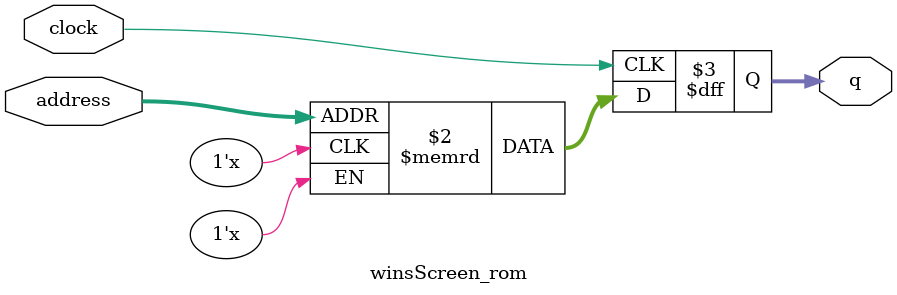
<source format=sv>
module winsScreen_rom (
	input logic clock,
	input logic [14:0] address,
	output logic [11:0] q
);

logic [11:0] memory [0:19199] /* synthesis ram_init_file = "./winsScreen/winsScreen.COE" */;

always_ff @ (posedge clock) begin
	q <= memory[address];
end

endmodule

</source>
